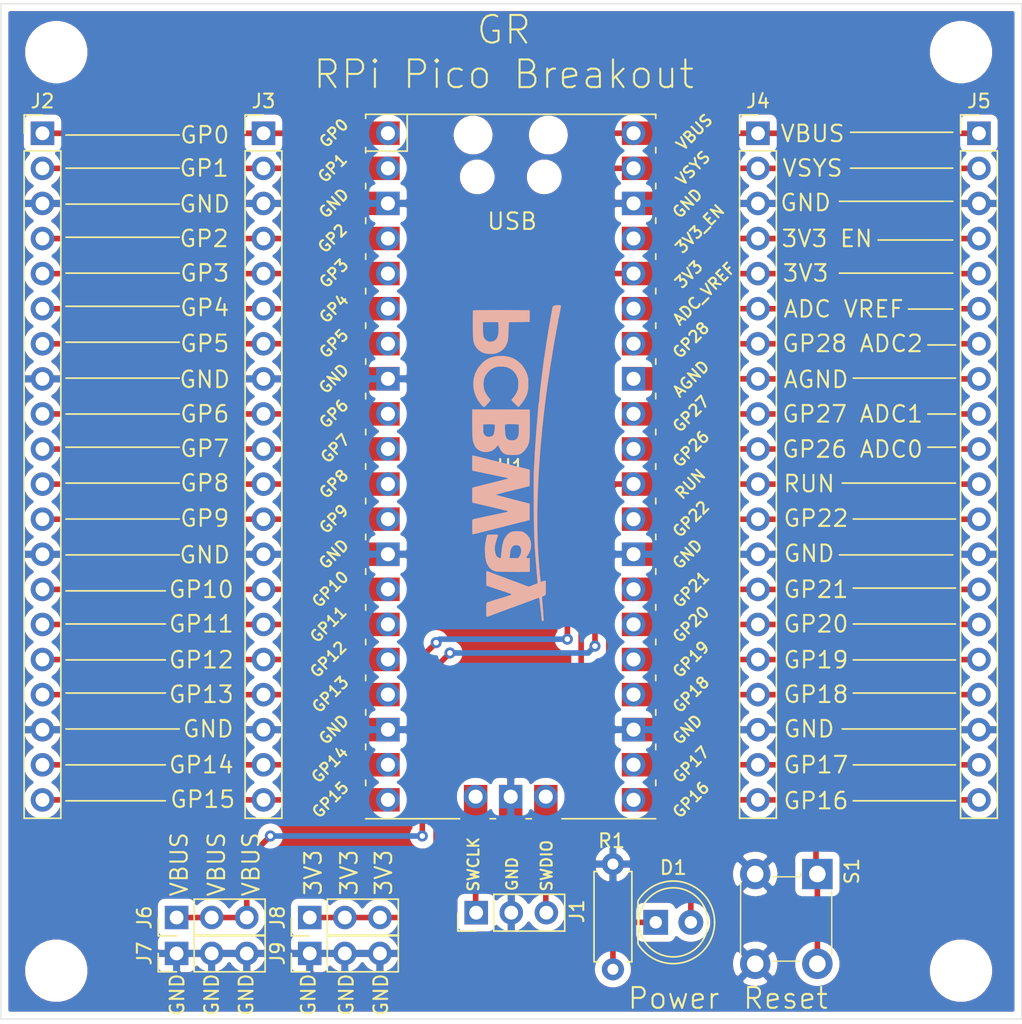
<source format=kicad_pcb>
(kicad_pcb (version 20171130) (host pcbnew "(5.1.2-1)-1")
  (layers (0 F.Cu signal) (31 B.Cu signal) (34 B.Paste user hide) (35 F.Paste user hide) (36 B.SilkS user) (37 F.SilkS user) (38 B.Mask user) (39 F.Mask user) (44 Edge.Cuts user))
  (net 0 "")
  (net 1 /SWCLK)
  (net 2 /SWDIO)
  (net 3 /GP15)
  (net 4 /GP14)
  (net 5 /GP13)
  (net 6 /GP12)
  (net 7 /GP11)
  (net 8 /GP10)
  (net 9 /GP9)
  (net 10 /GP8)
  (net 11 /GP7)
  (net 12 /GP6)
  (net 13 /GP5)
  (net 14 /GP4)
  (net 15 /GP3)
  (net 16 /GP2)
  (net 17 /GP1)
  (net 18 /GP0)
  (net 19 /VBUS)
  (net 20 /VSYS)
  (net 21 /3V3_EN)
  (net 22 /3V3)
  (net 23 /ADC_VREF)
  (net 24 /GP28_ADC2)
  (net 25 /AGND)
  (net 26 /GP27_ADC1)
  (net 27 /GP26_ADC0)
  (net 28 /RUN)
  (net 29 /GP22)
  (net 30 /GP21)
  (net 31 /GP20)
  (net 32 /GP19)
  (net 33 /GP18)
  (net 34 /GP17)
  (net 35 /GP16)
  (net 36 "Net-(D1-Pad1)")
  (net 37 GND)
  (module "_Custom_Footprints:pcb way logo" (layer B.Cu) (at 91.5 85.75 270)
    (fp_text reference G*** hide)
    (fp_text value LOGO hide)
  )
  (module digikey-footprints:Switch_Tactile_THT_6x6mm (layer F.Cu) (at 112.6 115.5 270)
    (fp_text reference S1 (at -0.2 -2.5 90) (layer F.SilkS))
    (fp_text value 1825910-6)
    (pad 1 thru_hole rect (at 0 0 270) (size 2.2 2.2) (drill 1.2) (layers *.Cu *.Mask) (net 28 /RUN))
    (pad 2 thru_hole circle (at 6.5 0 270) (size 2.2 2.2) (drill 1.2) (layers *.Cu *.Mask) (net 28 /RUN))
    (pad 4 thru_hole circle (at 6.5 4.5 270) (size 2.2 2.2) (drill 1.2) (layers *.Cu *.Mask) (net 37 GND))
    (pad 3 thru_hole circle (at 0 4.5 270) (size 2.2 2.2) (drill 1.2) (layers *.Cu *.Mask) (net 37 GND))
  )
  (module Connector_PinHeader_2.54mm:PinHeader_1x03_P2.54mm_Vertical (layer F.Cu) (at 87.9 118.3 90)
    (fp_text reference J1 (at 0.1 7.3 90) (layer F.SilkS))
    (fp_text value UART)
    (pad 1 thru_hole rect (at 0 0 90) (size 1.7 1.7) (drill 1) (layers *.Cu *.Mask) (net 1 /SWCLK))
    (pad 2 thru_hole oval (at 0 2.54 90) (size 1.7 1.7) (drill 1) (layers *.Cu *.Mask) (net 37 GND))
    (pad 3 thru_hole oval (at 0 5.08 90) (size 1.7 1.7) (drill 1) (layers *.Cu *.Mask) (net 2 /SWDIO))
  )
  (module MCU_RaspberryPi_and_Boards:RPi_Pico_SMD_TH (layer F.Cu) (at 90.4 86)
    (fp_text reference U1 (at 0 0) (layer F.SilkS))
    (fp_text value Pico)
    (fp_text user GP1 (at -12.9 -21.6 45) (layer F.SilkS) (effects (font (size 0.8 0.8))))
    (fp_text user GP2 (at -12.9 -16.51 45) (layer F.SilkS) (effects (font (size 0.8 0.8))))
    (fp_text user GP0 (at -12.8 -24.13 45) (layer F.SilkS) (effects (font (size 0.8 0.8))))
    (fp_text user GP3 (at -12.8 -13.97 45) (layer F.SilkS) (effects (font (size 0.8 0.8))))
    (fp_text user GP4 (at -12.8 -11.43 45) (layer F.SilkS) (effects (font (size 0.8 0.8))))
    (fp_text user GP5 (at -12.8 -8.89 45) (layer F.SilkS) (effects (font (size 0.8 0.8))))
    (fp_text user GP6 (at -12.8 -3.81 45) (layer F.SilkS) (effects (font (size 0.8 0.8))))
    (fp_text user GP7 (at -12.7 -1.3 45) (layer F.SilkS) (effects (font (size 0.8 0.8))))
    (fp_text user GP8 (at -12.8 1.27 45) (layer F.SilkS) (effects (font (size 0.8 0.8))))
    (fp_text user GP9 (at -12.8 3.81 45) (layer F.SilkS) (effects (font (size 0.8 0.8))))
    (fp_text user GP10 (at -13.054 8.89 45) (layer F.SilkS) (effects (font (size 0.8 0.8))))
    (fp_text user GP11 (at -13.2 11.43 45) (layer F.SilkS) (effects (font (size 0.8 0.8))))
    (fp_text user GP12 (at -13.2 13.97 45) (layer F.SilkS) (effects (font (size 0.8 0.8))))
    (fp_text user GP13 (at -13.054 16.51 45) (layer F.SilkS) (effects (font (size 0.8 0.8))))
    (fp_text user GP14 (at -13.1 21.59 45) (layer F.SilkS) (effects (font (size 0.8 0.8))))
    (fp_text user GP15 (at -13.054 24.13 45) (layer F.SilkS) (effects (font (size 0.8 0.8))))
    (fp_text user GP16 (at 13.054 24.13 45) (layer F.SilkS) (effects (font (size 0.8 0.8))))
    (fp_text user GP17 (at 13.054 21.59 45) (layer F.SilkS) (effects (font (size 0.8 0.8))))
    (fp_text user GP18 (at 13.054 16.51 45) (layer F.SilkS) (effects (font (size 0.8 0.8))))
    (fp_text user GP19 (at 13.054 13.97 45) (layer F.SilkS) (effects (font (size 0.8 0.8))))
    (fp_text user GP20 (at 13.054 11.43 45) (layer F.SilkS) (effects (font (size 0.8 0.8))))
    (fp_text user GP21 (at 13.054 8.9 45) (layer F.SilkS) (effects (font (size 0.8 0.8))))
    (fp_text user GP22 (at 13.054 3.81 45) (layer F.SilkS) (effects (font (size 0.8 0.8))))
    (fp_text user RUN (at 13 1.27 45) (layer F.SilkS) (effects (font (size 0.8 0.8))))
    (fp_text user GP26 (at 13.054 -1.27 45) (layer F.SilkS) (effects (font (size 0.8 0.8))))
    (fp_text user GP27 (at 13.054 -3.8 45) (layer F.SilkS) (effects (font (size 0.8 0.8))))
    (fp_text user GP28 (at 13.054 -9.144 45) (layer F.SilkS) (effects (font (size 0.8 0.8))))
    (fp_text user ADC_VREF (at 14 -12.5 45) (layer F.SilkS) (effects (font (size 0.8 0.8))))
    (fp_text user 3V3 (at 12.9 -13.9 45) (layer F.SilkS) (effects (font (size 0.8 0.8))))
    (fp_text user 3V3_EN (at 13.7 -17.2 45) (layer F.SilkS) (effects (font (size 0.8 0.8))))
    (fp_text user VSYS (at 13.2 -21.59 45) (layer F.SilkS) (effects (font (size 0.8 0.8))))
    (fp_text user VBUS (at 13.3 -24.2 45) (layer F.SilkS) (effects (font (size 0.8 0.8))))
    (fp_text user GND (at -12.8 -19.05 45) (layer F.SilkS) (effects (font (size 0.8 0.8))))
    (fp_text user GND (at -12.8 -6.35 45) (layer F.SilkS) (effects (font (size 0.8 0.8))))
    (fp_text user GND (at -12.8 6.35 45) (layer F.SilkS) (effects (font (size 0.8 0.8))))
    (fp_text user GND (at -12.8 19.05 45) (layer F.SilkS) (effects (font (size 0.8 0.8))))
    (fp_text user GND (at 12.8 19.05 45) (layer F.SilkS) (effects (font (size 0.8 0.8))))
    (fp_text user GND (at 12.8 6.35 45) (layer F.SilkS) (effects (font (size 0.8 0.8))))
    (fp_text user GND (at 12.8 -19.05 45) (layer F.SilkS) (effects (font (size 0.8 0.8))))
    (fp_text user AGND (at 13.054 -6.35 45) (layer F.SilkS) (effects (font (size 0.8 0.8))))
    (fp_text user SWCLK (at -2.7 28.8 90) (layer F.SilkS) (effects (font (size 0.8 0.8))))
    (fp_text user SWDIO (at 2.6 28.9 90) (layer F.SilkS) (effects (font (size 0.8 0.8))))
    (pad 1 thru_hole oval (at -8.89 -24.13) (size 1.7 1.7) (drill 1.02) (layers *.Cu *.Mask) (net 18 /GP0))
    (pad 2 thru_hole oval (at -8.89 -21.59) (size 1.7 1.7) (drill 1.02) (layers *.Cu *.Mask) (net 17 /GP1))
    (pad 3 thru_hole rect (at -8.89 -19.05) (size 1.7 1.7) (drill 1.02) (layers *.Cu *.Mask) (net 37 GND))
    (pad 4 thru_hole oval (at -8.89 -16.51) (size 1.7 1.7) (drill 1.02) (layers *.Cu *.Mask) (net 16 /GP2))
    (pad 5 thru_hole oval (at -8.89 -13.97) (size 1.7 1.7) (drill 1.02) (layers *.Cu *.Mask) (net 15 /GP3))
    (pad 6 thru_hole oval (at -8.89 -11.43) (size 1.7 1.7) (drill 1.02) (layers *.Cu *.Mask) (net 14 /GP4))
    (pad 7 thru_hole oval (at -8.89 -8.89) (size 1.7 1.7) (drill 1.02) (layers *.Cu *.Mask) (net 13 /GP5))
    (pad 8 thru_hole rect (at -8.89 -6.35) (size 1.7 1.7) (drill 1.02) (layers *.Cu *.Mask) (net 37 GND))
    (pad 9 thru_hole oval (at -8.89 -3.81) (size 1.7 1.7) (drill 1.02) (layers *.Cu *.Mask) (net 12 /GP6))
    (pad 10 thru_hole oval (at -8.89 -1.27) (size 1.7 1.7) (drill 1.02) (layers *.Cu *.Mask) (net 11 /GP7))
    (pad 11 thru_hole oval (at -8.89 1.27) (size 1.7 1.7) (drill 1.02) (layers *.Cu *.Mask) (net 10 /GP8))
    (pad 12 thru_hole oval (at -8.89 3.81) (size 1.7 1.7) (drill 1.02) (layers *.Cu *.Mask) (net 9 /GP9))
    (pad 13 thru_hole rect (at -8.89 6.35) (size 1.7 1.7) (drill 1.02) (layers *.Cu *.Mask) (net 37 GND))
    (pad 14 thru_hole oval (at -8.89 8.89) (size 1.7 1.7) (drill 1.02) (layers *.Cu *.Mask) (net 8 /GP10))
    (pad 15 thru_hole oval (at -8.89 11.43) (size 1.7 1.7) (drill 1.02) (layers *.Cu *.Mask) (net 7 /GP11))
    (pad 16 thru_hole oval (at -8.89 13.97) (size 1.7 1.7) (drill 1.02) (layers *.Cu *.Mask) (net 6 /GP12))
    (pad 17 thru_hole oval (at -8.89 16.51) (size 1.7 1.7) (drill 1.02) (layers *.Cu *.Mask) (net 5 /GP13))
    (pad 18 thru_hole rect (at -8.89 19.05) (size 1.7 1.7) (drill 1.02) (layers *.Cu *.Mask) (net 37 GND))
    (pad 19 thru_hole oval (at -8.89 21.59) (size 1.7 1.7) (drill 1.02) (layers *.Cu *.Mask) (net 4 /GP14))
    (pad 20 thru_hole oval (at -8.89 24.13) (size 1.7 1.7) (drill 1.02) (layers *.Cu *.Mask) (net 3 /GP15))
    (pad 21 thru_hole oval (at 8.89 24.13) (size 1.7 1.7) (drill 1.02) (layers *.Cu *.Mask) (net 35 /GP16))
    (pad 22 thru_hole oval (at 8.89 21.59) (size 1.7 1.7) (drill 1.02) (layers *.Cu *.Mask) (net 34 /GP17))
    (pad 23 thru_hole rect (at 8.89 19.05) (size 1.7 1.7) (drill 1.02) (layers *.Cu *.Mask) (net 37 GND))
    (pad 24 thru_hole oval (at 8.89 16.51) (size 1.7 1.7) (drill 1.02) (layers *.Cu *.Mask) (net 33 /GP18))
    (pad 25 thru_hole oval (at 8.89 13.97) (size 1.7 1.7) (drill 1.02) (layers *.Cu *.Mask) (net 32 /GP19))
    (pad 26 thru_hole oval (at 8.89 11.43) (size 1.7 1.7) (drill 1.02) (layers *.Cu *.Mask) (net 31 /GP20))
    (pad 27 thru_hole oval (at 8.89 8.89) (size 1.7 1.7) (drill 1.02) (layers *.Cu *.Mask) (net 30 /GP21))
    (pad 28 thru_hole rect (at 8.89 6.35) (size 1.7 1.7) (drill 1.02) (layers *.Cu *.Mask) (net 37 GND))
    (pad 29 thru_hole oval (at 8.89 3.81) (size 1.7 1.7) (drill 1.02) (layers *.Cu *.Mask) (net 29 /GP22))
    (pad 30 thru_hole oval (at 8.89 1.27) (size 1.7 1.7) (drill 1.02) (layers *.Cu *.Mask) (net 28 /RUN))
    (pad 31 thru_hole oval (at 8.89 -1.27) (size 1.7 1.7) (drill 1.02) (layers *.Cu *.Mask) (net 27 /GP26_ADC0))
    (pad 32 thru_hole oval (at 8.89 -3.81) (size 1.7 1.7) (drill 1.02) (layers *.Cu *.Mask) (net 26 /GP27_ADC1))
    (pad 33 thru_hole rect (at 8.89 -6.35) (size 1.7 1.7) (drill 1.02) (layers *.Cu *.Mask) (net 25 /AGND))
    (pad 34 thru_hole oval (at 8.89 -8.89) (size 1.7 1.7) (drill 1.02) (layers *.Cu *.Mask) (net 24 /GP28_ADC2))
    (pad 35 thru_hole oval (at 8.89 -11.43) (size 1.7 1.7) (drill 1.02) (layers *.Cu *.Mask) (net 23 /ADC_VREF))
    (pad 36 thru_hole oval (at 8.89 -13.97) (size 1.7 1.7) (drill 1.02) (layers *.Cu *.Mask) (net 22 /3V3))
    (pad 37 thru_hole oval (at 8.89 -16.51) (size 1.7 1.7) (drill 1.02) (layers *.Cu *.Mask) (net 21 /3V3_EN))
    (pad 38 thru_hole rect (at 8.89 -19.05) (size 1.7 1.7) (drill 1.02) (layers *.Cu *.Mask) (net 37 GND))
    (pad 39 thru_hole oval (at 8.89 -21.59) (size 1.7 1.7) (drill 1.02) (layers *.Cu *.Mask) (net 20 /VSYS))
    (pad 40 thru_hole oval (at 8.89 -24.13) (size 1.7 1.7) (drill 1.02) (layers *.Cu *.Mask) (net 19 /VBUS))
    (pad 1 smd rect (at -8.89 -24.13) (size 3.5 1.7) (drill (offset -0.9 0)) (layers F.Cu F.Mask) (net 18 /GP0))
    (pad 2 smd rect (at -8.89 -21.59) (size 3.5 1.7) (drill (offset -0.9 0)) (layers F.Cu F.Mask) (net 17 /GP1))
    (pad 3 smd rect (at -8.89 -19.05) (size 3.5 1.7) (drill (offset -0.9 0)) (layers F.Cu F.Mask) (net 37 GND))
    (pad 4 smd rect (at -8.89 -16.51) (size 3.5 1.7) (drill (offset -0.9 0)) (layers F.Cu F.Mask) (net 16 /GP2))
    (pad 5 smd rect (at -8.89 -13.97) (size 3.5 1.7) (drill (offset -0.9 0)) (layers F.Cu F.Mask) (net 15 /GP3))
    (pad 6 smd rect (at -8.89 -11.43) (size 3.5 1.7) (drill (offset -0.9 0)) (layers F.Cu F.Mask) (net 14 /GP4))
    (pad 7 smd rect (at -8.89 -8.89) (size 3.5 1.7) (drill (offset -0.9 0)) (layers F.Cu F.Mask) (net 13 /GP5))
    (pad 8 smd rect (at -8.89 -6.35) (size 3.5 1.7) (drill (offset -0.9 0)) (layers F.Cu F.Mask) (net 37 GND))
    (pad 9 smd rect (at -8.89 -3.81) (size 3.5 1.7) (drill (offset -0.9 0)) (layers F.Cu F.Mask) (net 12 /GP6))
    (pad 10 smd rect (at -8.89 -1.27) (size 3.5 1.7) (drill (offset -0.9 0)) (layers F.Cu F.Mask) (net 11 /GP7))
    (pad 11 smd rect (at -8.89 1.27) (size 3.5 1.7) (drill (offset -0.9 0)) (layers F.Cu F.Mask) (net 10 /GP8))
    (pad 12 smd rect (at -8.89 3.81) (size 3.5 1.7) (drill (offset -0.9 0)) (layers F.Cu F.Mask) (net 9 /GP9))
    (pad 13 smd rect (at -8.89 6.35) (size 3.5 1.7) (drill (offset -0.9 0)) (layers F.Cu F.Mask) (net 37 GND))
    (pad 14 smd rect (at -8.89 8.89) (size 3.5 1.7) (drill (offset -0.9 0)) (layers F.Cu F.Mask) (net 8 /GP10))
    (pad 15 smd rect (at -8.89 11.43) (size 3.5 1.7) (drill (offset -0.9 0)) (layers F.Cu F.Mask) (net 7 /GP11))
    (pad 16 smd rect (at -8.89 13.97) (size 3.5 1.7) (drill (offset -0.9 0)) (layers F.Cu F.Mask) (net 6 /GP12))
    (pad 17 smd rect (at -8.89 16.51) (size 3.5 1.7) (drill (offset -0.9 0)) (layers F.Cu F.Mask) (net 5 /GP13))
    (pad 18 smd rect (at -8.89 19.05) (size 3.5 1.7) (drill (offset -0.9 0)) (layers F.Cu F.Mask) (net 37 GND))
    (pad 19 smd rect (at -8.89 21.59) (size 3.5 1.7) (drill (offset -0.9 0)) (layers F.Cu F.Mask) (net 4 /GP14))
    (pad 20 smd rect (at -8.89 24.13) (size 3.5 1.7) (drill (offset -0.9 0)) (layers F.Cu F.Mask) (net 3 /GP15))
    (pad 40 smd rect (at 8.89 -24.13) (size 3.5 1.7) (drill (offset 0.9 0)) (layers F.Cu F.Mask) (net 19 /VBUS))
    (pad 39 smd rect (at 8.89 -21.59) (size 3.5 1.7) (drill (offset 0.9 0)) (layers F.Cu F.Mask) (net 20 /VSYS))
    (pad 38 smd rect (at 8.89 -19.05) (size 3.5 1.7) (drill (offset 0.9 0)) (layers F.Cu F.Mask) (net 37 GND))
    (pad 37 smd rect (at 8.89 -16.51) (size 3.5 1.7) (drill (offset 0.9 0)) (layers F.Cu F.Mask) (net 21 /3V3_EN))
    (pad 36 smd rect (at 8.89 -13.97) (size 3.5 1.7) (drill (offset 0.9 0)) (layers F.Cu F.Mask) (net 22 /3V3))
    (pad 35 smd rect (at 8.89 -11.43) (size 3.5 1.7) (drill (offset 0.9 0)) (layers F.Cu F.Mask) (net 23 /ADC_VREF))
    (pad 34 smd rect (at 8.89 -8.89) (size 3.5 1.7) (drill (offset 0.9 0)) (layers F.Cu F.Mask) (net 24 /GP28_ADC2))
    (pad 33 smd rect (at 8.89 -6.35) (size 3.5 1.7) (drill (offset 0.9 0)) (layers F.Cu F.Mask) (net 25 /AGND))
    (pad 32 smd rect (at 8.89 -3.81) (size 3.5 1.7) (drill (offset 0.9 0)) (layers F.Cu F.Mask) (net 26 /GP27_ADC1))
    (pad 31 smd rect (at 8.89 -1.27) (size 3.5 1.7) (drill (offset 0.9 0)) (layers F.Cu F.Mask) (net 27 /GP26_ADC0))
    (pad 30 smd rect (at 8.89 1.27) (size 3.5 1.7) (drill (offset 0.9 0)) (layers F.Cu F.Mask) (net 28 /RUN))
    (pad 29 smd rect (at 8.89 3.81) (size 3.5 1.7) (drill (offset 0.9 0)) (layers F.Cu F.Mask) (net 29 /GP22))
    (pad 28 smd rect (at 8.89 6.35) (size 3.5 1.7) (drill (offset 0.9 0)) (layers F.Cu F.Mask) (net 37 GND))
    (pad 27 smd rect (at 8.89 8.89) (size 3.5 1.7) (drill (offset 0.9 0)) (layers F.Cu F.Mask) (net 30 /GP21))
    (pad 26 smd rect (at 8.89 11.43) (size 3.5 1.7) (drill (offset 0.9 0)) (layers F.Cu F.Mask) (net 31 /GP20))
    (pad 25 smd rect (at 8.89 13.97) (size 3.5 1.7) (drill (offset 0.9 0)) (layers F.Cu F.Mask) (net 32 /GP19))
    (pad 24 smd rect (at 8.89 16.51) (size 3.5 1.7) (drill (offset 0.9 0)) (layers F.Cu F.Mask) (net 33 /GP18))
    (pad 23 smd rect (at 8.89 19.05) (size 3.5 1.7) (drill (offset 0.9 0)) (layers F.Cu F.Mask) (net 37 GND))
    (pad 22 smd rect (at 8.89 21.59) (size 3.5 1.7) (drill (offset 0.9 0)) (layers F.Cu F.Mask) (net 34 /GP17))
    (pad 21 smd rect (at 8.89 24.13) (size 3.5 1.7) (drill (offset 0.9 0)) (layers F.Cu F.Mask) (net 35 /GP16))
    (pad "" np_thru_hole oval (at -2.725 -24) (size 1.8 1.8) (drill 1.8) (layers *.Cu *.Mask))
    (pad "" np_thru_hole oval (at 2.725 -24) (size 1.8 1.8) (drill 1.8) (layers *.Cu *.Mask))
    (pad "" np_thru_hole oval (at -2.425 -20.97) (size 1.5 1.5) (drill 1.5) (layers *.Cu *.Mask))
    (pad "" np_thru_hole oval (at 2.425 -20.97) (size 1.5 1.5) (drill 1.5) (layers *.Cu *.Mask))
    (pad 41 smd rect (at -2.54 23.9 90) (size 3.5 1.7) (drill (offset -0.9 0)) (layers F.Cu F.Mask) (net 1 /SWCLK))
    (pad 41 thru_hole oval (at -2.54 23.9) (size 1.7 1.7) (drill 1.02) (layers *.Cu *.Mask) (net 1 /SWCLK))
    (pad 42 smd rect (at 0 23.9 90) (size 3.5 1.7) (drill (offset -0.9 0)) (layers F.Cu F.Mask) (net 37 GND))
    (pad 42 thru_hole rect (at 0 23.9) (size 1.7 1.7) (drill 1.02) (layers *.Cu *.Mask) (net 37 GND))
    (pad 43 smd rect (at 2.54 23.9 90) (size 3.5 1.7) (drill (offset -0.9 0)) (layers F.Cu F.Mask) (net 2 /SWDIO))
    (pad 43 thru_hole oval (at 2.54 23.9) (size 1.7 1.7) (drill 1.02) (layers *.Cu *.Mask) (net 2 /SWDIO))
  )
  (module Connector_PinHeader_2.54mm:PinHeader_1x20_P2.54mm_Vertical (layer F.Cu) (at 56.5 61.875)
    (fp_text reference J2 (at 0 -2.33) (layer F.SilkS))
    (fp_text value Conn_01x20)
    (pad 20 thru_hole oval (at 0 48.26) (size 1.7 1.7) (drill 1) (layers *.Cu *.Mask) (net 3 /GP15))
    (pad 19 thru_hole oval (at 0 45.72) (size 1.7 1.7) (drill 1) (layers *.Cu *.Mask) (net 4 /GP14))
    (pad 18 thru_hole oval (at 0 43.18) (size 1.7 1.7) (drill 1) (layers *.Cu *.Mask) (net 37 GND))
    (pad 17 thru_hole oval (at 0 40.64) (size 1.7 1.7) (drill 1) (layers *.Cu *.Mask) (net 5 /GP13))
    (pad 16 thru_hole oval (at 0 38.1) (size 1.7 1.7) (drill 1) (layers *.Cu *.Mask) (net 6 /GP12))
    (pad 15 thru_hole oval (at 0 35.56) (size 1.7 1.7) (drill 1) (layers *.Cu *.Mask) (net 7 /GP11))
    (pad 14 thru_hole oval (at 0 33.02) (size 1.7 1.7) (drill 1) (layers *.Cu *.Mask) (net 8 /GP10))
    (pad 13 thru_hole oval (at 0 30.48) (size 1.7 1.7) (drill 1) (layers *.Cu *.Mask) (net 37 GND))
    (pad 12 thru_hole oval (at 0 27.94) (size 1.7 1.7) (drill 1) (layers *.Cu *.Mask) (net 9 /GP9))
    (pad 11 thru_hole oval (at 0 25.4) (size 1.7 1.7) (drill 1) (layers *.Cu *.Mask) (net 10 /GP8))
    (pad 10 thru_hole oval (at 0 22.86) (size 1.7 1.7) (drill 1) (layers *.Cu *.Mask) (net 11 /GP7))
    (pad 9 thru_hole oval (at 0 20.32) (size 1.7 1.7) (drill 1) (layers *.Cu *.Mask) (net 12 /GP6))
    (pad 8 thru_hole oval (at 0 17.78) (size 1.7 1.7) (drill 1) (layers *.Cu *.Mask) (net 37 GND))
    (pad 7 thru_hole oval (at 0 15.24) (size 1.7 1.7) (drill 1) (layers *.Cu *.Mask) (net 13 /GP5))
    (pad 6 thru_hole oval (at 0 12.7) (size 1.7 1.7) (drill 1) (layers *.Cu *.Mask) (net 14 /GP4))
    (pad 5 thru_hole oval (at 0 10.16) (size 1.7 1.7) (drill 1) (layers *.Cu *.Mask) (net 15 /GP3))
    (pad 4 thru_hole oval (at 0 7.62) (size 1.7 1.7) (drill 1) (layers *.Cu *.Mask) (net 16 /GP2))
    (pad 3 thru_hole oval (at 0 5.08) (size 1.7 1.7) (drill 1) (layers *.Cu *.Mask) (net 37 GND))
    (pad 2 thru_hole oval (at 0 2.54) (size 1.7 1.7) (drill 1) (layers *.Cu *.Mask) (net 17 /GP1))
    (pad 1 thru_hole rect (at 0 0) (size 1.7 1.7) (drill 1) (layers *.Cu *.Mask) (net 18 /GP0))
  )
  (module Connector_PinHeader_2.54mm:PinHeader_1x20_P2.54mm_Vertical (layer F.Cu) (at 72.5 61.875)
    (fp_text reference J3 (at 0 -2.33) (layer F.SilkS))
    (fp_text value Conn_01x20)
    (pad 1 thru_hole rect (at 0 0) (size 1.7 1.7) (drill 1) (layers *.Cu *.Mask) (net 18 /GP0))
    (pad 2 thru_hole oval (at 0 2.54) (size 1.7 1.7) (drill 1) (layers *.Cu *.Mask) (net 17 /GP1))
    (pad 3 thru_hole oval (at 0 5.08) (size 1.7 1.7) (drill 1) (layers *.Cu *.Mask) (net 37 GND))
    (pad 4 thru_hole oval (at 0 7.62) (size 1.7 1.7) (drill 1) (layers *.Cu *.Mask) (net 16 /GP2))
    (pad 5 thru_hole oval (at 0 10.16) (size 1.7 1.7) (drill 1) (layers *.Cu *.Mask) (net 15 /GP3))
    (pad 6 thru_hole oval (at 0 12.7) (size 1.7 1.7) (drill 1) (layers *.Cu *.Mask) (net 14 /GP4))
    (pad 7 thru_hole oval (at 0 15.24) (size 1.7 1.7) (drill 1) (layers *.Cu *.Mask) (net 13 /GP5))
    (pad 8 thru_hole oval (at 0 17.78) (size 1.7 1.7) (drill 1) (layers *.Cu *.Mask) (net 37 GND))
    (pad 9 thru_hole oval (at 0 20.32) (size 1.7 1.7) (drill 1) (layers *.Cu *.Mask) (net 12 /GP6))
    (pad 10 thru_hole oval (at 0 22.86) (size 1.7 1.7) (drill 1) (layers *.Cu *.Mask) (net 11 /GP7))
    (pad 11 thru_hole oval (at 0 25.4) (size 1.7 1.7) (drill 1) (layers *.Cu *.Mask) (net 10 /GP8))
    (pad 12 thru_hole oval (at 0 27.94) (size 1.7 1.7) (drill 1) (layers *.Cu *.Mask) (net 9 /GP9))
    (pad 13 thru_hole oval (at 0 30.48) (size 1.7 1.7) (drill 1) (layers *.Cu *.Mask) (net 37 GND))
    (pad 14 thru_hole oval (at 0 33.02) (size 1.7 1.7) (drill 1) (layers *.Cu *.Mask) (net 8 /GP10))
    (pad 15 thru_hole oval (at 0 35.56) (size 1.7 1.7) (drill 1) (layers *.Cu *.Mask) (net 7 /GP11))
    (pad 16 thru_hole oval (at 0 38.1) (size 1.7 1.7) (drill 1) (layers *.Cu *.Mask) (net 6 /GP12))
    (pad 17 thru_hole oval (at 0 40.64) (size 1.7 1.7) (drill 1) (layers *.Cu *.Mask) (net 5 /GP13))
    (pad 18 thru_hole oval (at 0 43.18) (size 1.7 1.7) (drill 1) (layers *.Cu *.Mask) (net 37 GND))
    (pad 19 thru_hole oval (at 0 45.72) (size 1.7 1.7) (drill 1) (layers *.Cu *.Mask) (net 4 /GP14))
    (pad 20 thru_hole oval (at 0 48.26) (size 1.7 1.7) (drill 1) (layers *.Cu *.Mask) (net 3 /GP15))
  )
  (module Connector_PinHeader_2.54mm:PinHeader_1x20_P2.54mm_Vertical (layer F.Cu) (at 108.3 61.875)
    (fp_text reference J4 (at 0 -2.33) (layer F.SilkS))
    (fp_text value Conn_01x20)
    (pad 1 thru_hole rect (at 0 0) (size 1.7 1.7) (drill 1) (layers *.Cu *.Mask) (net 19 /VBUS))
    (pad 2 thru_hole oval (at 0 2.54) (size 1.7 1.7) (drill 1) (layers *.Cu *.Mask) (net 20 /VSYS))
    (pad 3 thru_hole oval (at 0 5.08) (size 1.7 1.7) (drill 1) (layers *.Cu *.Mask) (net 37 GND))
    (pad 4 thru_hole oval (at 0 7.62) (size 1.7 1.7) (drill 1) (layers *.Cu *.Mask) (net 21 /3V3_EN))
    (pad 5 thru_hole oval (at 0 10.16) (size 1.7 1.7) (drill 1) (layers *.Cu *.Mask) (net 22 /3V3))
    (pad 6 thru_hole oval (at 0 12.7) (size 1.7 1.7) (drill 1) (layers *.Cu *.Mask) (net 23 /ADC_VREF))
    (pad 7 thru_hole oval (at 0 15.24) (size 1.7 1.7) (drill 1) (layers *.Cu *.Mask) (net 24 /GP28_ADC2))
    (pad 8 thru_hole oval (at 0 17.78) (size 1.7 1.7) (drill 1) (layers *.Cu *.Mask) (net 25 /AGND))
    (pad 9 thru_hole oval (at 0 20.32) (size 1.7 1.7) (drill 1) (layers *.Cu *.Mask) (net 26 /GP27_ADC1))
    (pad 10 thru_hole oval (at 0 22.86) (size 1.7 1.7) (drill 1) (layers *.Cu *.Mask) (net 27 /GP26_ADC0))
    (pad 11 thru_hole oval (at 0 25.4) (size 1.7 1.7) (drill 1) (layers *.Cu *.Mask) (net 28 /RUN))
    (pad 12 thru_hole oval (at 0 27.94) (size 1.7 1.7) (drill 1) (layers *.Cu *.Mask) (net 29 /GP22))
    (pad 13 thru_hole oval (at 0 30.48) (size 1.7 1.7) (drill 1) (layers *.Cu *.Mask) (net 37 GND))
    (pad 14 thru_hole oval (at 0 33.02) (size 1.7 1.7) (drill 1) (layers *.Cu *.Mask) (net 30 /GP21))
    (pad 15 thru_hole oval (at 0 35.56) (size 1.7 1.7) (drill 1) (layers *.Cu *.Mask) (net 31 /GP20))
    (pad 16 thru_hole oval (at 0 38.1) (size 1.7 1.7) (drill 1) (layers *.Cu *.Mask) (net 32 /GP19))
    (pad 17 thru_hole oval (at 0 40.64) (size 1.7 1.7) (drill 1) (layers *.Cu *.Mask) (net 33 /GP18))
    (pad 18 thru_hole oval (at 0 43.18) (size 1.7 1.7) (drill 1) (layers *.Cu *.Mask) (net 37 GND))
    (pad 19 thru_hole oval (at 0 45.72) (size 1.7 1.7) (drill 1) (layers *.Cu *.Mask) (net 34 /GP17))
    (pad 20 thru_hole oval (at 0 48.26) (size 1.7 1.7) (drill 1) (layers *.Cu *.Mask) (net 35 /GP16))
  )
  (module Connector_PinHeader_2.54mm:PinHeader_1x20_P2.54mm_Vertical (layer F.Cu) (at 124.3 61.875)
    (fp_text reference J5 (at 0 -2.33) (layer F.SilkS))
    (fp_text value Conn_01x20)
    (pad 20 thru_hole oval (at 0 48.26) (size 1.7 1.7) (drill 1) (layers *.Cu *.Mask) (net 35 /GP16))
    (pad 19 thru_hole oval (at 0 45.72) (size 1.7 1.7) (drill 1) (layers *.Cu *.Mask) (net 34 /GP17))
    (pad 18 thru_hole oval (at 0 43.18) (size 1.7 1.7) (drill 1) (layers *.Cu *.Mask) (net 37 GND))
    (pad 17 thru_hole oval (at 0 40.64) (size 1.7 1.7) (drill 1) (layers *.Cu *.Mask) (net 33 /GP18))
    (pad 16 thru_hole oval (at 0 38.1) (size 1.7 1.7) (drill 1) (layers *.Cu *.Mask) (net 32 /GP19))
    (pad 15 thru_hole oval (at 0 35.56) (size 1.7 1.7) (drill 1) (layers *.Cu *.Mask) (net 31 /GP20))
    (pad 14 thru_hole oval (at 0 33.02) (size 1.7 1.7) (drill 1) (layers *.Cu *.Mask) (net 30 /GP21))
    (pad 13 thru_hole oval (at 0 30.48) (size 1.7 1.7) (drill 1) (layers *.Cu *.Mask) (net 37 GND))
    (pad 12 thru_hole oval (at 0 27.94) (size 1.7 1.7) (drill 1) (layers *.Cu *.Mask) (net 29 /GP22))
    (pad 11 thru_hole oval (at 0 25.4) (size 1.7 1.7) (drill 1) (layers *.Cu *.Mask) (net 28 /RUN))
    (pad 10 thru_hole oval (at 0 22.86) (size 1.7 1.7) (drill 1) (layers *.Cu *.Mask) (net 27 /GP26_ADC0))
    (pad 9 thru_hole oval (at 0 20.32) (size 1.7 1.7) (drill 1) (layers *.Cu *.Mask) (net 26 /GP27_ADC1))
    (pad 8 thru_hole oval (at 0 17.78) (size 1.7 1.7) (drill 1) (layers *.Cu *.Mask) (net 25 /AGND))
    (pad 7 thru_hole oval (at 0 15.24) (size 1.7 1.7) (drill 1) (layers *.Cu *.Mask) (net 24 /GP28_ADC2))
    (pad 6 thru_hole oval (at 0 12.7) (size 1.7 1.7) (drill 1) (layers *.Cu *.Mask) (net 23 /ADC_VREF))
    (pad 5 thru_hole oval (at 0 10.16) (size 1.7 1.7) (drill 1) (layers *.Cu *.Mask) (net 22 /3V3))
    (pad 4 thru_hole oval (at 0 7.62) (size 1.7 1.7) (drill 1) (layers *.Cu *.Mask) (net 21 /3V3_EN))
    (pad 3 thru_hole oval (at 0 5.08) (size 1.7 1.7) (drill 1) (layers *.Cu *.Mask) (net 37 GND))
    (pad 2 thru_hole oval (at 0 2.54) (size 1.7 1.7) (drill 1) (layers *.Cu *.Mask) (net 20 /VSYS))
    (pad 1 thru_hole rect (at 0 0) (size 1.7 1.7) (drill 1) (layers *.Cu *.Mask) (net 19 /VBUS))
  )
  (module LED_THT:LED_D5.0mm_Clear (layer F.Cu) (at 100.9 119)
    (fp_text reference D1 (at 1.27 -3.96) (layer F.SilkS))
    (fp_text value LED_Small_ALT)
    (pad 1 thru_hole rect (at 0 0) (size 1.8 1.8) (drill 0.9) (layers *.Cu *.Mask) (net 36 "Net-(D1-Pad1)"))
    (pad 2 thru_hole circle (at 2.54 0) (size 1.8 1.8) (drill 0.9) (layers *.Cu *.Mask) (net 20 /VSYS))
  )
  (module MountingHole:MountingHole_3.5mm (layer F.Cu) (at 57.5 56)
    (fp_text reference H1 hide)
    (fp_text value MountingHole)
    (pad 1 np_thru_hole circle (at 0 0) (size 3.5 3.5) (drill 3.5) (layers *.Cu *.Mask))
  )
  (module MountingHole:MountingHole_3.5mm (layer F.Cu) (at 123 56)
    (fp_text reference H2 hide)
    (fp_text value MountingHole)
    (pad 1 np_thru_hole circle (at 0 0) (size 3.5 3.5) (drill 3.5) (layers *.Cu *.Mask))
  )
  (module MountingHole:MountingHole_3.5mm (layer F.Cu) (at 123 122.5)
    (fp_text reference H3 hide)
    (fp_text value MountingHole)
    (pad 1 np_thru_hole circle (at 0 0) (size 3.5 3.5) (drill 3.5) (layers *.Cu *.Mask))
  )
  (module MountingHole:MountingHole_3.5mm (layer F.Cu) (at 57.2 122.6)
    (fp_text reference H4 hide)
    (fp_text value MountingHole)
    (pad "" np_thru_hole circle (at 0.3 -0.1) (size 3.5 3.5) (drill 3.5) (layers *.Cu *.Mask))
  )
  (module Connector_PinHeader_2.54mm:PinHeader_1x03_P2.54mm_Vertical (layer F.Cu) (at 66.21 118.65 90)
    (fp_text reference J6 (at 0 -2.33 90) (layer F.SilkS))
    (fp_text value UART)
    (pad 1 thru_hole rect (at 0 0 90) (size 1.7 1.7) (drill 1) (layers *.Cu *.Mask) (net 19 /VBUS))
    (pad 2 thru_hole oval (at 0 2.54 90) (size 1.7 1.7) (drill 1) (layers *.Cu *.Mask) (net 19 /VBUS))
    (pad 3 thru_hole oval (at 0 5.08 90) (size 1.7 1.7) (drill 1) (layers *.Cu *.Mask) (net 19 /VBUS))
  )
  (module Connector_PinHeader_2.54mm:PinHeader_1x03_P2.54mm_Vertical (layer F.Cu) (at 66.21 121.25 90)
    (fp_text reference J7 (at 0 -2.33 90) (layer F.SilkS))
    (fp_text value UART)
    (pad 3 thru_hole oval (at 0 5.08 90) (size 1.7 1.7) (drill 1) (layers *.Cu *.Mask) (net 37 GND))
    (pad 2 thru_hole oval (at 0 2.54 90) (size 1.7 1.7) (drill 1) (layers *.Cu *.Mask) (net 37 GND))
    (pad 1 thru_hole rect (at 0 0 90) (size 1.7 1.7) (drill 1) (layers *.Cu *.Mask) (net 37 GND))
  )
  (module Connector_PinHeader_2.54mm:PinHeader_1x03_P2.54mm_Vertical (layer F.Cu) (at 75.85 118.65 90)
    (fp_text reference J8 (at 0 -2.33 90) (layer F.SilkS))
    (fp_text value UART)
    (pad 1 thru_hole rect (at 0 0 90) (size 1.7 1.7) (drill 1) (layers *.Cu *.Mask) (net 22 /3V3))
    (pad 2 thru_hole oval (at 0 2.54 90) (size 1.7 1.7) (drill 1) (layers *.Cu *.Mask) (net 22 /3V3))
    (pad 3 thru_hole oval (at 0 5.08 90) (size 1.7 1.7) (drill 1) (layers *.Cu *.Mask) (net 22 /3V3))
  )
  (module Connector_PinHeader_2.54mm:PinHeader_1x03_P2.54mm_Vertical (layer F.Cu) (at 75.85 121.25 90)
    (fp_text reference J9 (at 0 -2.33 90) (layer F.SilkS))
    (fp_text value UART)
    (pad 3 thru_hole oval (at 0 5.08 90) (size 1.7 1.7) (drill 1) (layers *.Cu *.Mask) (net 37 GND))
    (pad 2 thru_hole oval (at 0 2.54 90) (size 1.7 1.7) (drill 1) (layers *.Cu *.Mask) (net 37 GND))
    (pad 1 thru_hole rect (at 0 0 90) (size 1.7 1.7) (drill 1) (layers *.Cu *.Mask) (net 37 GND))
  )
  (module Resistor_THT:R_Axial_DIN0207_L6.3mm_D2.5mm_P7.62mm_Horizontal (layer F.Cu) (at 97.8 122.4 90)
    (fp_text reference R1 (at 9.3 -0.1 180) (layer F.SilkS))
    (fp_text value 2K)
    (pad 1 thru_hole circle (at 0 0 90) (size 1.6 1.6) (drill 0.8) (layers *.Cu *.Mask) (net 36 "Net-(D1-Pad1)"))
    (pad 2 thru_hole oval (at 7.62 0 90) (size 1.6 1.6) (drill 0.8) (layers *.Cu *.Mask) (net 37 GND))
  )
  (gr_line (start 65.4 110.2) (end 58.2 110.2) (layer F.SilkS) (width 0.12))
  (gr_line (start 65.4 107.6) (end 58.2 107.6) (layer F.SilkS) (width 0.12))
  (gr_line (start 65.4 102.4) (end 58.2 102.4) (layer F.SilkS) (width 0.12))
  (gr_line (start 65.4 100) (end 58.2 100) (layer F.SilkS) (width 0.12))
  (gr_line (start 65.4 97.4) (end 58.2 97.4) (layer F.SilkS) (width 0.12))
  (gr_line (start 65.4 95) (end 58.2 95) (layer F.SilkS) (width 0.12))
  (gr_line (start 122.6 110.2) (end 115.2 110.2) (layer F.SilkS) (width 0.12))
  (gr_line (start 122.6 107.6) (end 115.2 107.6) (layer F.SilkS) (width 0.12))
  (gr_line (start 122.6 102.4) (end 115.2 102.4) (layer F.SilkS) (width 0.12))
  (gr_line (start 122.6 100) (end 115.2 100) (layer F.SilkS) (width 0.12))
  (gr_line (start 122.6 97.4) (end 115.2 97.4) (layer F.SilkS) (width 0.12))
  (gr_line (start 122.6 94.8) (end 115.2 94.8) (layer F.SilkS) (width 0.12))
  (gr_line (start 122.6 89.8) (end 115.2 89.8) (layer F.SilkS) (width 0.12))
  (gr_line (start 122.6 84.6) (end 120.6 84.6) (layer F.SilkS) (width 0.12))
  (gr_line (start 122.6 82.2) (end 120.6 82.2) (layer F.SilkS) (width 0.12))
  (gr_line (start 122.6 79.6) (end 115.2 79.6) (layer F.SilkS) (width 0.12))
  (gr_line (start 122.6 77.2) (end 120.6 77.2) (layer F.SilkS) (width 0.12))
  (gr_line (start 122.4 74.6) (end 119.2 74.6) (layer F.SilkS) (width 0.12))
  (gr_line (start 122.4 69.6) (end 117 69.6) (layer F.SilkS) (width 0.12))
  (gr_line (start 122.4 64.4) (end 115 64.4) (layer F.SilkS) (width 0.12))
  (gr_line (start 122.4 61.8) (end 115 61.8) (layer F.SilkS) (width 0.12))
  (gr_line (start 122.4 66.8) (end 114.2 66.8) (layer F.SilkS) (width 0.12))
  (gr_line (start 122.4 72) (end 114.2 72) (layer F.SilkS) (width 0.12))
  (gr_line (start 122.6 87.2) (end 114.4 87.2) (layer F.SilkS) (width 0.12))
  (gr_line (start 122.4 92.4) (end 114.2 92.4) (layer F.SilkS) (width 0.12))
  (gr_line (start 122.6 105) (end 114.4 105) (layer F.SilkS) (width 0.12))
  (gr_line (start 66.4 105) (end 58.2 105) (layer F.SilkS) (width 0.12))
  (gr_line (start 66.4 92.4) (end 58.2 92.4) (layer F.SilkS) (width 0.12))
  (gr_line (start 66.4 89.8) (end 58.2 89.8) (layer F.SilkS) (width 0.12))
  (gr_line (start 66.4 87.2) (end 58.2 87.2) (layer F.SilkS) (width 0.12))
  (gr_line (start 66.4 84.6) (end 58.2 84.6) (layer F.SilkS) (width 0.12))
  (gr_line (start 66.4 82.2) (end 58.2 82.2) (layer F.SilkS) (width 0.12))
  (gr_line (start 66.4 79.6) (end 58.2 79.6) (layer F.SilkS) (width 0.12))
  (gr_line (start 66.4 77) (end 58.2 77) (layer F.SilkS) (width 0.12))
  (gr_line (start 66.4 74.4) (end 58.2 74.4) (layer F.SilkS) (width 0.12))
  (gr_line (start 66.4 72) (end 58.2 72) (layer F.SilkS) (width 0.12))
  (gr_line (start 66.4 69.4) (end 58.2 69.4) (layer F.SilkS) (width 0.12))
  (gr_line (start 66.4 67) (end 58.2 67) (layer F.SilkS) (width 0.12))
  (gr_line (start 66.4 64.4) (end 58.2 64.4) (layer F.SilkS) (width 0.12))
  (gr_line (start 66.4 62) (end 58.2 62) (layer F.SilkS) (width 0.12))
  (gr_text GND (at 81 124.25 90) (layer F.SilkS) (effects (font (size 1 1))))
  (gr_text GND (at 78.5 124.25 90) (layer F.SilkS) (effects (font (size 1 1))))
  (gr_text GND (at 75.75 124.25 90) (layer F.SilkS) (effects (font (size 1 1))))
  (gr_text GND (at 71.25 124.25 90) (layer F.SilkS) (effects (font (size 1 1))))
  (gr_text GND (at 68.75 124.25 90) (layer F.SilkS) (effects (font (size 1 1))))
  (gr_line (start 53.5 126) (end 53.5 52.5) (layer Edge.Cuts) (width 0.05))
  (gr_line (start 127.4 126) (end 53.5 126) (layer Edge.Cuts) (width 0.05))
  (gr_line (start 127.4 52.5) (end 127.4 126) (layer Edge.Cuts) (width 0.05))
  (gr_line (start 53.5 52.5) (end 127.4 52.5) (layer Edge.Cuts) (width 0.05))
  (gr_text Power (at 102.2 124.5) (layer F.SilkS) (effects (font (size 1.5 1.5))))
  (gr_text 3V3 (at 81.2 115.4 90) (layer F.SilkS) (effects (font (size 1.2 1.2))))
  (gr_text 3V3 (at 78.7 115.4 90) (layer F.SilkS) (effects (font (size 1.2 1.2))))
  (gr_text 3V3 (at 76.1 115.4 90) (layer F.SilkS) (effects (font (size 1.2 1.2))))
  (gr_text VBUS (at 71.6 114.8 90) (layer F.SilkS) (effects (font (size 1.2 1.2))))
  (gr_text VBUS (at 69.1 114.8 90) (layer F.SilkS) (effects (font (size 1.2 1.2))))
  (gr_text VBUS (at 66.4 114.8 90) (layer F.SilkS) (effects (font (size 1.2 1.2))))
  (gr_text GND (at 66.25 124.25 90) (layer F.SilkS) (effects (font (size 1 1))))
  (gr_text GND (at 90.5 115.5 90) (layer F.SilkS) (effects (font (size 0.8 0.8))))
  (gr_text USB (at 90.5 68.25) (layer F.SilkS) (effects (font (size 1.2 1.2))))
  (gr_text "GP15\n" (at 68.1 110.1) (layer F.SilkS) (effects (font (size 1.2 1.2))))
  (gr_text "GP14\n" (at 68 107.6) (layer F.SilkS) (effects (font (size 1.2 1.2))))
  (gr_text GND (at 68.5 105) (layer F.SilkS) (effects (font (size 1.2 1.2))))
  (gr_text "GP13\n" (at 68 102.5) (layer F.SilkS) (effects (font (size 1.2 1.2))))
  (gr_text GP12 (at 68 100) (layer F.SilkS) (effects (font (size 1.2 1.2))))
  (gr_text GP11 (at 68 97.4) (layer F.SilkS) (effects (font (size 1.2 1.2))))
  (gr_text GP10 (at 68 94.9) (layer F.SilkS) (effects (font (size 1.2 1.2))))
  (gr_text GND (at 68.25 92.4) (layer F.SilkS) (effects (font (size 1.2 1.2))))
  (gr_text GP9 (at 68.25 89.75) (layer F.SilkS) (effects (font (size 1.2 1.2))))
  (gr_text GP8 (at 68.25 87.2) (layer F.SilkS) (effects (font (size 1.2 1.2))))
  (gr_text GP7 (at 68.25 84.7) (layer F.SilkS) (effects (font (size 1.2 1.2))))
  (gr_text GP6 (at 68.25 82.2) (layer F.SilkS) (effects (font (size 1.2 1.2))))
  (gr_text GND (at 68.25 79.7) (layer F.SilkS) (effects (font (size 1.2 1.2))))
  (gr_text GP5 (at 68.25 77.1) (layer F.SilkS) (effects (font (size 1.2 1.2))))
  (gr_text GP4 (at 68.25 74.5) (layer F.SilkS) (effects (font (size 1.2 1.2))))
  (gr_text GP3 (at 68.25 72) (layer F.SilkS) (effects (font (size 1.2 1.2))))
  (gr_text GP2 (at 68.2 69.5) (layer F.SilkS) (effects (font (size 1.2 1.2))))
  (gr_text GND (at 68.25 67) (layer F.SilkS) (effects (font (size 1.2 1.2))))
  (gr_text GP1 (at 68.2 64.4) (layer F.SilkS) (effects (font (size 1.2 1.2))))
  (gr_text GP0 (at 68.25 62) (layer F.SilkS) (effects (font (size 1.2 1.2))))
  (gr_text "GP16\n" (at 112.5 110.2) (layer F.SilkS) (effects (font (size 1.2 1.2))))
  (gr_text "GP17\n" (at 112.5 107.6) (layer F.SilkS) (effects (font (size 1.2 1.2))))
  (gr_text GND (at 112 105) (layer F.SilkS) (effects (font (size 1.2 1.2))))
  (gr_text "GP18\n" (at 112.5 102.5) (layer F.SilkS) (effects (font (size 1.2 1.2))))
  (gr_text "GP19\n" (at 112.5 100) (layer F.SilkS) (effects (font (size 1.2 1.2))))
  (gr_text "GP20\n" (at 112.5 97.4) (layer F.SilkS) (effects (font (size 1.2 1.2))))
  (gr_text "GP21\n" (at 112.5 94.9) (layer F.SilkS) (effects (font (size 1.2 1.2))))
  (gr_text GND (at 112 92.3) (layer F.SilkS) (effects (font (size 1.2 1.2))))
  (gr_text "GP22\n" (at 112.5 89.75) (layer F.SilkS) (effects (font (size 1.2 1.2))))
  (gr_text RUN (at 112 87.25) (layer F.SilkS) (effects (font (size 1.2 1.2))))
  (gr_text "GP26 ADC0" (at 115.15 84.75) (layer F.SilkS) (effects (font (size 1.2 1.2))))
  (gr_text VBUS (at 112.25 61.9) (layer F.SilkS) (effects (font (size 1.2 1.2))))
  (gr_text VSYS (at 112.25 64.4) (layer F.SilkS) (effects (font (size 1.2 1.2))))
  (gr_text GND (at 111.75 66.9) (layer F.SilkS) (effects (font (size 1.2 1.2))))
  (gr_text "3V3 EN" (at 113.3 69.5) (layer F.SilkS) (effects (font (size 1.2 1.2))))
  (gr_text "3V3\n" (at 111.75 72) (layer F.SilkS) (effects (font (size 1.2 1.2))))
  (gr_text "ADC VREF\n" (at 114.5 74.6) (layer F.SilkS) (effects (font (size 1.2 1.2))))
  (gr_text "GP28 ADC2" (at 115.15 77.1) (layer F.SilkS) (effects (font (size 1.2 1.2))))
  (gr_text "AGND\n" (at 112.5 79.7) (layer F.SilkS) (effects (font (size 1.2 1.2))))
  (gr_text "GP27 ADC1" (at 115.15 82.2) (layer F.SilkS) (effects (font (size 1.2 1.2))))
  (gr_text Reset (at 110.3 124.5) (layer F.SilkS) (effects (font (size 1.5 1.5))))
  (gr_text "GR\nRPi Pico Breakout" (at 89.9 56) (layer F.SilkS) (effects (font (size 2 2))))
  (segment (start 87.86 118.26) (end 87.9 118.3) (width 0.4064) (layer F.Cu) (net 1))
  (segment (start 87.86 109.9) (end 87.86 118.26) (width 0.4064) (layer F.Cu) (net 1))
  (segment (start 92.94 118.26) (end 92.98 118.3) (width 0.4064) (layer F.Cu) (net 2))
  (segment (start 92.94 109.9) (end 92.94 118.26) (width 0.4064) (layer F.Cu) (net 2))
  (segment (start 56.5 110.135) (end 72.5 110.135) (width 0.4064) (layer F.Cu) (net 3))
  (segment (start 81.505 110.135) (end 81.51 110.13) (width 0.4064) (layer F.Cu) (net 3))
  (segment (start 72.5 110.135) (end 81.505 110.135) (width 0.4064) (layer F.Cu) (net 3))
  (segment (start 72.505 107.59) (end 72.5 107.595) (width 0.4064) (layer F.Cu) (net 4))
  (segment (start 81.51 107.59) (end 72.505 107.59) (width 0.4064) (layer F.Cu) (net 4))
  (segment (start 72.5 107.595) (end 56.5 107.595) (width 0.4064) (layer F.Cu) (net 4))
  (segment (start 56.5 102.515) (end 72.5 102.515) (width 0.4064) (layer F.Cu) (net 5))
  (segment (start 81.505 102.515) (end 81.51 102.51) (width 0.4064) (layer F.Cu) (net 5))
  (segment (start 72.5 102.515) (end 81.505 102.515) (width 0.4064) (layer F.Cu) (net 5))
  (segment (start 72.505 99.97) (end 72.5 99.975) (width 0.4064) (layer F.Cu) (net 6))
  (segment (start 81.51 99.97) (end 72.505 99.97) (width 0.4064) (layer F.Cu) (net 6))
  (segment (start 72.5 99.975) (end 56.5 99.975) (width 0.4064) (layer F.Cu) (net 6))
  (segment (start 56.5 97.435) (end 72.5 97.435) (width 0.4064) (layer F.Cu) (net 7))
  (segment (start 81.505 97.435) (end 81.51 97.43) (width 0.4064) (layer F.Cu) (net 7))
  (segment (start 72.5 97.435) (end 81.505 97.435) (width 0.4064) (layer F.Cu) (net 7))
  (segment (start 72.505 94.89) (end 72.5 94.895) (width 0.4064) (layer F.Cu) (net 8))
  (segment (start 81.51 94.89) (end 72.505 94.89) (width 0.4064) (layer F.Cu) (net 8))
  (segment (start 72.5 94.895) (end 56.5 94.895) (width 0.4064) (layer F.Cu) (net 8))
  (segment (start 56.5 89.815) (end 72.5 89.815) (width 0.4064) (layer F.Cu) (net 9))
  (segment (start 81.505 89.815) (end 81.51 89.81) (width 0.4064) (layer F.Cu) (net 9))
  (segment (start 72.5 89.815) (end 81.505 89.815) (width 0.4064) (layer F.Cu) (net 9))
  (segment (start 72.505 87.27) (end 72.5 87.275) (width 0.4064) (layer F.Cu) (net 10))
  (segment (start 81.51 87.27) (end 72.505 87.27) (width 0.4064) (layer F.Cu) (net 10))
  (segment (start 72.5 87.275) (end 56.5 87.275) (width 0.4064) (layer F.Cu) (net 10))
  (segment (start 56.5 84.735) (end 72.5 84.735) (width 0.4064) (layer F.Cu) (net 11))
  (segment (start 81.505 84.735) (end 81.51 84.73) (width 0.4064) (layer F.Cu) (net 11))
  (segment (start 72.5 84.735) (end 81.505 84.735) (width 0.4064) (layer F.Cu) (net 11))
  (segment (start 72.505 82.19) (end 72.5 82.195) (width 0.4064) (layer F.Cu) (net 12))
  (segment (start 81.51 82.19) (end 72.505 82.19) (width 0.4064) (layer F.Cu) (net 12))
  (segment (start 72.5 82.195) (end 56.5 82.195) (width 0.4064) (layer F.Cu) (net 12))
  (segment (start 72.505 77.11) (end 72.5 77.115) (width 0.4064) (layer F.Cu) (net 13))
  (segment (start 81.51 77.11) (end 72.505 77.11) (width 0.4064) (layer F.Cu) (net 13))
  (segment (start 72.5 77.115) (end 56.5 77.115) (width 0.4064) (layer F.Cu) (net 13))
  (segment (start 56.5 74.575) (end 72.5 74.575) (width 0.4064) (layer F.Cu) (net 14))
  (segment (start 81.505 74.575) (end 81.51 74.57) (width 0.4064) (layer F.Cu) (net 14))
  (segment (start 72.5 74.575) (end 81.505 74.575) (width 0.4064) (layer F.Cu) (net 14))
  (segment (start 72.505 72.03) (end 72.5 72.035) (width 0.4064) (layer F.Cu) (net 15))
  (segment (start 81.51 72.03) (end 72.505 72.03) (width 0.4064) (layer F.Cu) (net 15))
  (segment (start 72.5 72.035) (end 56.5 72.035) (width 0.4064) (layer F.Cu) (net 15))
  (segment (start 56.5 69.495) (end 72.5 69.495) (width 0.4064) (layer F.Cu) (net 16))
  (segment (start 81.505 69.495) (end 81.51 69.49) (width 0.4064) (layer F.Cu) (net 16))
  (segment (start 72.5 69.495) (end 81.505 69.495) (width 0.4064) (layer F.Cu) (net 16))
  (segment (start 72.505 64.41) (end 72.5 64.415) (width 0.4064) (layer F.Cu) (net 17))
  (segment (start 81.51 64.41) (end 72.505 64.41) (width 0.4064) (layer F.Cu) (net 17))
  (segment (start 56.5 64.415) (end 72.5 64.415) (width 0.4064) (layer F.Cu) (net 17))
  (segment (start 56.5 61.875) (end 72.5 61.875) (width 0.4064) (layer F.Cu) (net 18))
  (segment (start 81.505 61.875) (end 81.51 61.87) (width 0.4064) (layer F.Cu) (net 18))
  (segment (start 72.5 61.875) (end 81.505 61.875) (width 0.4064) (layer F.Cu) (net 18))
  (via (at 85 98.75) (size 0.8) (drill 0.4) (layers F.Cu B.Cu) (net 19))
  (segment (start 85 98.75) (end 84 99.75) (width 0.4064) (layer F.Cu) (net 19))
  (segment (start 84 99.75) (end 84 112.75) (width 0.4064) (layer F.Cu) (net 19))
  (via (at 84 112.75) (size 0.8) (drill 0.4) (layers F.Cu B.Cu) (net 19))
  (segment (start 84 112.75) (end 73 112.75) (width 0.4064) (layer B.Cu) (net 19))
  (via (at 73 112.75) (size 0.8) (drill 0.4) (layers F.Cu B.Cu) (net 19))
  (segment (start 66.21 118.65) (end 68.75 118.65) (width 0.4064) (layer F.Cu) (net 19))
  (segment (start 71.29 118.65) (end 68.75 118.65) (width 0.4064) (layer F.Cu) (net 19))
  (segment (start 71.29 114.46) (end 73 112.75) (width 0.4064) (layer F.Cu) (net 19))
  (segment (start 71.29 118.65) (end 71.29 114.46) (width 0.4064) (layer F.Cu) (net 19))
  (segment (start 96.88 61.87) (end 99.29 61.87) (width 0.4064) (layer F.Cu) (net 19))
  (segment (start 94.5 64.25) (end 96.88 61.87) (width 0.4064) (layer F.Cu) (net 19))
  (segment (start 94.5 98.5) (end 94.5 64.25) (width 0.4064) (layer F.Cu) (net 19))
  (segment (start 85.25 98.5) (end 85 98.75) (width 0.4064) (layer B.Cu) (net 19))
  (segment (start 94.5 98.5) (end 85.25 98.5) (width 0.4064) (layer B.Cu) (net 19))
  (via (at 94.5 98.5) (size 0.8) (drill 0.4) (layers F.Cu B.Cu) (net 19))
  (segment (start 108.295 61.87) (end 108.3 61.875) (width 0.4064) (layer F.Cu) (net 19))
  (segment (start 99.29 61.87) (end 108.295 61.87) (width 0.4064) (layer F.Cu) (net 19))
  (segment (start 124.3 61.875) (end 108.3 61.875) (width 0.4064) (layer F.Cu) (net 19))
  (segment (start 99.29 64.41) (end 96.84 64.41) (width 0.4064) (layer F.Cu) (net 20))
  (segment (start 96.84 64.41) (end 95.5 65.75) (width 0.4064) (layer F.Cu) (net 20))
  (segment (start 95.5 100.75) (end 95.5 101) (width 0.4064) (layer F.Cu) (net 20))
  (segment (start 95.5 65.75) (end 95.5 100.75) (width 0.4064) (layer F.Cu) (net 20))
  (segment (start 95.5 111) (end 95.5 100.75) (width 0.4064) (layer F.Cu) (net 20))
  (segment (start 97.5 113) (end 95.5 111) (width 0.4064) (layer F.Cu) (net 20))
  (segment (start 102.5 113) (end 97.5 113) (width 0.4064) (layer F.Cu) (net 20))
  (segment (start 103.44 113.94) (end 102.5 113) (width 0.4064) (layer F.Cu) (net 20))
  (segment (start 103.44 119) (end 103.44 113.94) (width 0.4064) (layer F.Cu) (net 20))
  (segment (start 108.295 64.41) (end 108.3 64.415) (width 0.4064) (layer F.Cu) (net 20))
  (segment (start 99.29 64.41) (end 108.295 64.41) (width 0.4064) (layer F.Cu) (net 20))
  (segment (start 108.3 64.415) (end 124.3 64.415) (width 0.4064) (layer F.Cu) (net 20))
  (segment (start 108.295 69.49) (end 108.3 69.495) (width 0.4064) (layer F.Cu) (net 21))
  (segment (start 99.29 69.49) (end 108.295 69.49) (width 0.4064) (layer F.Cu) (net 21))
  (segment (start 108.3 69.495) (end 124.3 69.495) (width 0.4064) (layer F.Cu) (net 21))
  (via (at 86 99.5) (size 0.8) (drill 0.4) (layers F.Cu B.Cu) (net 22))
  (segment (start 75.85 118.65) (end 78.39 118.65) (width 0.4064) (layer F.Cu) (net 22))
  (segment (start 78.39 118.65) (end 80.93 118.65) (width 0.4064) (layer F.Cu) (net 22))
  (segment (start 85 100.5) (end 86 99.5) (width 0.4064) (layer F.Cu) (net 22))
  (segment (start 82.85 118.65) (end 85 116.5) (width 0.4064) (layer F.Cu) (net 22))
  (segment (start 85 116.5) (end 85 100.5) (width 0.4064) (layer F.Cu) (net 22))
  (segment (start 80.93 118.65) (end 82.85 118.65) (width 0.4064) (layer F.Cu) (net 22))
  (segment (start 97.47 72.03) (end 99.29 72.03) (width 0.4064) (layer F.Cu) (net 22))
  (segment (start 96.5 99) (end 96 99.5) (width 0.4064) (layer B.Cu) (net 22))
  (segment (start 96.5 73) (end 97.47 72.03) (width 0.4064) (layer F.Cu) (net 22))
  (segment (start 96.5 99) (end 96.5 73) (width 0.4064) (layer F.Cu) (net 22))
  (segment (start 96 99.5) (end 86 99.5) (width 0.4064) (layer B.Cu) (net 22))
  (via (at 96.5 99) (size 0.8) (drill 0.4) (layers F.Cu B.Cu) (net 22))
  (segment (start 124.3 72.035) (end 108.3 72.035) (width 0.4064) (layer F.Cu) (net 22))
  (segment (start 99.295 72.035) (end 99.29 72.03) (width 0.4064) (layer F.Cu) (net 22))
  (segment (start 108.3 72.035) (end 99.295 72.035) (width 0.4064) (layer F.Cu) (net 22))
  (segment (start 108.295 74.57) (end 108.3 74.575) (width 0.4064) (layer F.Cu) (net 23))
  (segment (start 99.29 74.57) (end 108.295 74.57) (width 0.4064) (layer F.Cu) (net 23))
  (segment (start 108.3 74.575) (end 124.3 74.575) (width 0.4064) (layer F.Cu) (net 23))
  (segment (start 124.3 77.115) (end 108.3 77.115) (width 0.4064) (layer F.Cu) (net 24))
  (segment (start 99.295 77.115) (end 99.29 77.11) (width 0.4064) (layer F.Cu) (net 24))
  (segment (start 108.3 77.115) (end 99.295 77.115) (width 0.4064) (layer F.Cu) (net 24))
  (segment (start 108.295 79.65) (end 108.3 79.655) (width 0.4064) (layer F.Cu) (net 25))
  (segment (start 99.29 79.65) (end 108.295 79.65) (width 0.4064) (layer F.Cu) (net 25))
  (segment (start 108.3 79.655) (end 124.3 79.655) (width 0.4064) (layer F.Cu) (net 25))
  (segment (start 124.3 82.195) (end 108.3 82.195) (width 0.4064) (layer F.Cu) (net 26))
  (segment (start 99.295 82.195) (end 99.29 82.19) (width 0.4064) (layer F.Cu) (net 26))
  (segment (start 108.3 82.195) (end 99.295 82.195) (width 0.4064) (layer F.Cu) (net 26))
  (segment (start 108.295 84.73) (end 108.3 84.735) (width 0.4064) (layer F.Cu) (net 27))
  (segment (start 99.29 84.73) (end 108.295 84.73) (width 0.4064) (layer F.Cu) (net 27))
  (segment (start 124.3 84.735) (end 108.3 84.735) (width 0.4064) (layer F.Cu) (net 27))
  (segment (start 112.6 115.5) (end 112.6 122) (width 0.4064) (layer F.Cu) (net 28))
  (segment (start 111 112) (end 112.5 113.5) (width 0.4064) (layer F.Cu) (net 28))
  (segment (start 98.25 112) (end 111 112) (width 0.4064) (layer F.Cu) (net 28))
  (segment (start 97.5 111.25) (end 98.25 112) (width 0.4064) (layer F.Cu) (net 28))
  (segment (start 97.5 87.75) (end 97.5 111.25) (width 0.4064) (layer F.Cu) (net 28))
  (segment (start 97.98 87.27) (end 97.5 87.75) (width 0.4064) (layer F.Cu) (net 28))
  (segment (start 99.29 87.27) (end 97.98 87.27) (width 0.4064) (layer F.Cu) (net 28))
  (segment (start 112.5 115.4) (end 112.6 115.5) (width 0.4064) (layer F.Cu) (net 28))
  (segment (start 112.5 113.5) (end 112.5 115.4) (width 0.4064) (layer F.Cu) (net 28))
  (segment (start 108.295 87.27) (end 108.3 87.275) (width 0.4064) (layer F.Cu) (net 28))
  (segment (start 99.29 87.27) (end 108.295 87.27) (width 0.4064) (layer F.Cu) (net 28))
  (segment (start 108.3 87.275) (end 124.3 87.275) (width 0.4064) (layer F.Cu) (net 28))
  (segment (start 124.3 89.815) (end 108.3 89.815) (width 0.4064) (layer F.Cu) (net 29))
  (segment (start 99.295 89.815) (end 99.29 89.81) (width 0.4064) (layer F.Cu) (net 29))
  (segment (start 108.3 89.815) (end 99.295 89.815) (width 0.4064) (layer F.Cu) (net 29))
  (segment (start 108.295 94.89) (end 108.3 94.895) (width 0.4064) (layer F.Cu) (net 30))
  (segment (start 99.29 94.89) (end 108.295 94.89) (width 0.4064) (layer F.Cu) (net 30))
  (segment (start 108.3 94.895) (end 124.3 94.895) (width 0.4064) (layer F.Cu) (net 30))
  (segment (start 124.3 97.435) (end 108.3 97.435) (width 0.4064) (layer F.Cu) (net 31))
  (segment (start 99.295 97.435) (end 99.29 97.43) (width 0.4064) (layer F.Cu) (net 31))
  (segment (start 108.3 97.435) (end 99.295 97.435) (width 0.4064) (layer F.Cu) (net 31))
  (segment (start 108.295 99.97) (end 108.3 99.975) (width 0.4064) (layer F.Cu) (net 32))
  (segment (start 99.29 99.97) (end 108.295 99.97) (width 0.4064) (layer F.Cu) (net 32))
  (segment (start 108.3 99.975) (end 124.3 99.975) (width 0.4064) (layer F.Cu) (net 32))
  (segment (start 124.3 102.515) (end 108.3 102.515) (width 0.4064) (layer F.Cu) (net 33))
  (segment (start 99.295 102.515) (end 99.29 102.51) (width 0.4064) (layer F.Cu) (net 33))
  (segment (start 108.3 102.515) (end 99.295 102.515) (width 0.4064) (layer F.Cu) (net 33))
  (segment (start 108.295 107.59) (end 108.3 107.595) (width 0.4064) (layer F.Cu) (net 34))
  (segment (start 99.29 107.59) (end 108.295 107.59) (width 0.4064) (layer F.Cu) (net 34))
  (segment (start 108.3 107.595) (end 124.3 107.595) (width 0.4064) (layer F.Cu) (net 34))
  (segment (start 108.295 110.13) (end 108.3 110.135) (width 0.4064) (layer F.Cu) (net 35))
  (segment (start 99.29 110.13) (end 108.295 110.13) (width 0.4064) (layer F.Cu) (net 35))
  (segment (start 124.3 110.135) (end 108.3 110.135) (width 0.4064) (layer F.Cu) (net 35))
  (segment (start 97.8 122.4) (end 97.8 120.45) (width 0.4064) (layer F.Cu) (net 36))
  (segment (start 99.25 119) (end 100.9 119) (width 0.4064) (layer F.Cu) (net 36))
  (segment (start 97.8 120.45) (end 99.25 119) (width 0.4064) (layer F.Cu) (net 36))
  (segment (start 124.3 66.955) (end 108.3 66.955) (width 0.4064) (layer F.Cu) (net 37))
  (segment (start 99.295 66.955) (end 99.29 66.95) (width 0.4064) (layer F.Cu) (net 37))
  (segment (start 108.3 66.955) (end 99.295 66.955) (width 0.4064) (layer F.Cu) (net 37))
  (zone (net 37) (net_name GND) (layer F.Cu) (connect_pads (clearance 0.508)) (min_thickness 0.254) (fill yes (arc_segments 32) (thermal_gap 0.508) (thermal_bridge_width 0.508))
    (polygon (pts (xy 53.5 52.5) (xy 127.4 52.65) (xy 127.4 126.15) (xy 53.5 126)))
  )
  (zone (net 37) (net_name GND) (layer B.Cu) (connect_pads (clearance 0.508)) (min_thickness 0.254) (fill yes (arc_segments 32) (thermal_gap 0.508) (thermal_bridge_width 0.508))
    (polygon (pts (xy 53.5 52.46023) (xy 127.4 52.45) (xy 127.4 125.95) (xy 53.5 125.96023)))
  )
)
</source>
